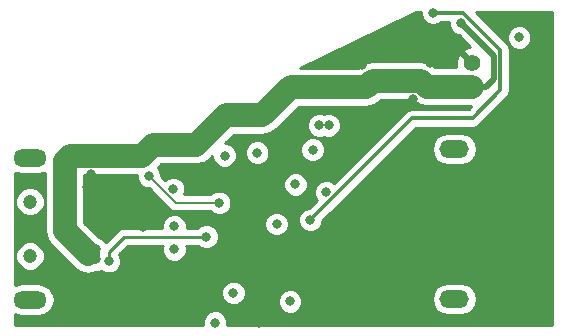
<source format=gbr>
G04 #@! TF.FileFunction,Copper,L4,Bot,Mixed*
%FSLAX46Y46*%
G04 Gerber Fmt 4.6, Leading zero omitted, Abs format (unit mm)*
G04 Created by KiCad (PCBNEW no-vcs-found-undefined) date Thu Oct 27 09:39:57 2016*
%MOMM*%
%LPD*%
G01*
G04 APERTURE LIST*
%ADD10C,0.600000*%
%ADD11C,1.200000*%
%ADD12C,0.800000*%
%ADD13O,2.800000X1.500000*%
%ADD14O,2.500000X1.500000*%
%ADD15R,1.400000X1.400000*%
%ADD16C,1.400000*%
%ADD17C,2.032000*%
%ADD18C,0.508000*%
%ADD19C,0.203200*%
%ADD20C,0.355600*%
%ADD21C,0.254000*%
G04 APERTURE END LIST*
D10*
D11*
X104530000Y-51310000D03*
X104530000Y-55910000D03*
D12*
X105280000Y-47610000D03*
X103780000Y-59610000D03*
X103780000Y-47610000D03*
D13*
X104530000Y-47610000D03*
D12*
X105280000Y-59610000D03*
D13*
X104530000Y-59610000D03*
D14*
X140450000Y-46850000D03*
X140450000Y-59550000D03*
D15*
X141947860Y-41558380D03*
D16*
X141945320Y-39546700D03*
D12*
X132620704Y-39700485D03*
X119050000Y-59100000D03*
X136950000Y-42650000D03*
X131900000Y-45750000D03*
X127100000Y-48500000D03*
X141750000Y-51900000D03*
X141750000Y-54900000D03*
X112126000Y-49708000D03*
X114084000Y-55950000D03*
X123900000Y-61600000D03*
X129750000Y-57650000D03*
X131700000Y-55350000D03*
X133100000Y-54000000D03*
X141750000Y-56650000D03*
X141750000Y-53200000D03*
X141750000Y-50650000D03*
X129150000Y-39650000D03*
X138375400Y-39600000D03*
X118750000Y-57150000D03*
X111069400Y-59858000D03*
X113400000Y-59858000D03*
X109700000Y-48950000D03*
X110200000Y-49708000D03*
X109338000Y-50070000D03*
X113200000Y-50691000D03*
X114111000Y-53450000D03*
X122324000Y-56400000D03*
X129000000Y-44843010D03*
X129800000Y-44843010D03*
X128450000Y-46900000D03*
X116650000Y-50250000D03*
X120200000Y-61550000D03*
X121750000Y-59017026D03*
X125400000Y-53200000D03*
X129600000Y-50500000D03*
X145950000Y-37400000D03*
X123761400Y-47150000D03*
X116750000Y-55350000D03*
X110100000Y-56200000D03*
X110100000Y-55350000D03*
X141050000Y-36200000D03*
X127000000Y-49850000D03*
X126550000Y-59750000D03*
X121000000Y-47400000D03*
X116750000Y-53400000D03*
X120550000Y-51400000D03*
X114600000Y-49150000D03*
X128250000Y-52850000D03*
X138650000Y-35300000D03*
X111200000Y-56350000D03*
X119459603Y-54264542D03*
D17*
X141947860Y-41558380D02*
X138142022Y-41558380D01*
X138142022Y-41558380D02*
X137640641Y-41056999D01*
X121100000Y-44000000D02*
X118600000Y-46500000D01*
X114043001Y-47406999D02*
X107893001Y-47406999D01*
X137640641Y-41056999D02*
X133547832Y-41056999D01*
X133547832Y-41056999D02*
X133004831Y-41600000D01*
X133004831Y-41600000D02*
X126600000Y-41600000D01*
X126600000Y-41600000D02*
X124200000Y-44000000D01*
X124200000Y-44000000D02*
X121100000Y-44000000D01*
X118600000Y-46500000D02*
X114950000Y-46500000D01*
X114950000Y-46500000D02*
X114043001Y-47406999D01*
X107450000Y-47850000D02*
X107450000Y-48700000D01*
X107893001Y-47406999D02*
X107450000Y-47850000D01*
X107450000Y-48700000D02*
X107450000Y-53800000D01*
X107450000Y-53800000D02*
X109400000Y-55750000D01*
D18*
X107450000Y-48700000D02*
X107450000Y-52700000D01*
X107450000Y-52700000D02*
X110100000Y-55350000D01*
X143800000Y-38950000D02*
X143800000Y-40914240D01*
X143155860Y-41558380D02*
X141947860Y-41558380D01*
X143800000Y-40914240D02*
X143155860Y-41558380D01*
X141050000Y-36200000D02*
X143800000Y-38950000D01*
D19*
X116850000Y-51400000D02*
X119984315Y-51400000D01*
X114600000Y-49150000D02*
X116850000Y-51400000D01*
X119984315Y-51400000D02*
X120550000Y-51400000D01*
D20*
X144358809Y-41891191D02*
X141995199Y-44254801D01*
X144358809Y-38465703D02*
X144358809Y-41891191D01*
X141995199Y-44254801D02*
X136845199Y-44254801D01*
X141193106Y-35300000D02*
X144358809Y-38465703D01*
X128649999Y-52450001D02*
X128250000Y-52850000D01*
X138650000Y-35300000D02*
X141193106Y-35300000D01*
X136845199Y-44254801D02*
X128649999Y-52450001D01*
D21*
X112485458Y-54264542D02*
X111200000Y-55550000D01*
X111200000Y-55550000D02*
X111200000Y-56350000D01*
X119459603Y-54264542D02*
X112485458Y-54264542D01*
G36*
X148738000Y-61738000D02*
X121234836Y-61738000D01*
X121235179Y-61345029D01*
X121077942Y-60964485D01*
X120787046Y-60673081D01*
X120406777Y-60515180D01*
X119995029Y-60514821D01*
X119614485Y-60672058D01*
X119323081Y-60962954D01*
X119165180Y-61343223D01*
X119164836Y-61738000D01*
X103262000Y-61738000D01*
X103262000Y-60857424D01*
X103310115Y-60889573D01*
X103840132Y-60995000D01*
X105219868Y-60995000D01*
X105749885Y-60889573D01*
X106199211Y-60589343D01*
X106499441Y-60140017D01*
X106604868Y-59610000D01*
X106527690Y-59221997D01*
X120714821Y-59221997D01*
X120872058Y-59602541D01*
X121162954Y-59893945D01*
X121543223Y-60051846D01*
X121954971Y-60052205D01*
X122190296Y-59954971D01*
X125514821Y-59954971D01*
X125672058Y-60335515D01*
X125962954Y-60626919D01*
X126343223Y-60784820D01*
X126754971Y-60785179D01*
X127135515Y-60627942D01*
X127426919Y-60337046D01*
X127584820Y-59956777D01*
X127585174Y-59550000D01*
X138528071Y-59550000D01*
X138633498Y-60080017D01*
X138933728Y-60529343D01*
X139383054Y-60829573D01*
X139913071Y-60935000D01*
X140986929Y-60935000D01*
X141516946Y-60829573D01*
X141966272Y-60529343D01*
X142266502Y-60080017D01*
X142371929Y-59550000D01*
X142266502Y-59019983D01*
X141966272Y-58570657D01*
X141516946Y-58270427D01*
X140986929Y-58165000D01*
X139913071Y-58165000D01*
X139383054Y-58270427D01*
X138933728Y-58570657D01*
X138633498Y-59019983D01*
X138528071Y-59550000D01*
X127585174Y-59550000D01*
X127585179Y-59545029D01*
X127427942Y-59164485D01*
X127137046Y-58873081D01*
X126756777Y-58715180D01*
X126345029Y-58714821D01*
X125964485Y-58872058D01*
X125673081Y-59162954D01*
X125515180Y-59543223D01*
X125514821Y-59954971D01*
X122190296Y-59954971D01*
X122335515Y-59894968D01*
X122626919Y-59604072D01*
X122784820Y-59223803D01*
X122785179Y-58812055D01*
X122627942Y-58431511D01*
X122337046Y-58140107D01*
X121956777Y-57982206D01*
X121545029Y-57981847D01*
X121164485Y-58139084D01*
X120873081Y-58429980D01*
X120715180Y-58810249D01*
X120714821Y-59221997D01*
X106527690Y-59221997D01*
X106499441Y-59079983D01*
X106199211Y-58630657D01*
X105749885Y-58330427D01*
X105219868Y-58225000D01*
X103840132Y-58225000D01*
X103310115Y-58330427D01*
X103262000Y-58362576D01*
X103262000Y-56154579D01*
X103294786Y-56154579D01*
X103482408Y-56608657D01*
X103829515Y-56956371D01*
X104283266Y-57144785D01*
X104774579Y-57145214D01*
X105228657Y-56957592D01*
X105576371Y-56610485D01*
X105764785Y-56156734D01*
X105765214Y-55665421D01*
X105577592Y-55211343D01*
X105230485Y-54863629D01*
X104776734Y-54675215D01*
X104285421Y-54674786D01*
X103831343Y-54862408D01*
X103483629Y-55209515D01*
X103295215Y-55663266D01*
X103294786Y-56154579D01*
X103262000Y-56154579D01*
X103262000Y-51554579D01*
X103294786Y-51554579D01*
X103482408Y-52008657D01*
X103829515Y-52356371D01*
X104283266Y-52544785D01*
X104774579Y-52545214D01*
X105228657Y-52357592D01*
X105576371Y-52010485D01*
X105764785Y-51556734D01*
X105765214Y-51065421D01*
X105577592Y-50611343D01*
X105230485Y-50263629D01*
X104776734Y-50075215D01*
X104285421Y-50074786D01*
X103831343Y-50262408D01*
X103483629Y-50609515D01*
X103295215Y-51063266D01*
X103294786Y-51554579D01*
X103262000Y-51554579D01*
X103262000Y-48857424D01*
X103310115Y-48889573D01*
X103840132Y-48995000D01*
X105219868Y-48995000D01*
X105749885Y-48889573D01*
X105799000Y-48856755D01*
X105799000Y-53800000D01*
X105924675Y-54431811D01*
X106282567Y-54967433D01*
X108232566Y-56917433D01*
X108768189Y-57275324D01*
X109400000Y-57400999D01*
X110031810Y-57275324D01*
X110092169Y-57234993D01*
X110304971Y-57235179D01*
X110528854Y-57142673D01*
X110612954Y-57226919D01*
X110993223Y-57384820D01*
X111404971Y-57385179D01*
X111785515Y-57227942D01*
X112076919Y-56937046D01*
X112234820Y-56556777D01*
X112235179Y-56145029D01*
X112077942Y-55764485D01*
X112070550Y-55757080D01*
X112801088Y-55026542D01*
X115763630Y-55026542D01*
X115715180Y-55143223D01*
X115714821Y-55554971D01*
X115872058Y-55935515D01*
X116162954Y-56226919D01*
X116543223Y-56384820D01*
X116954971Y-56385179D01*
X117335515Y-56227942D01*
X117626919Y-55937046D01*
X117784820Y-55556777D01*
X117785179Y-55145029D01*
X117736221Y-55026542D01*
X118757838Y-55026542D01*
X118872557Y-55141461D01*
X119252826Y-55299362D01*
X119664574Y-55299721D01*
X120045118Y-55142484D01*
X120336522Y-54851588D01*
X120494423Y-54471319D01*
X120494782Y-54059571D01*
X120337545Y-53679027D01*
X120063967Y-53404971D01*
X124364821Y-53404971D01*
X124522058Y-53785515D01*
X124812954Y-54076919D01*
X125193223Y-54234820D01*
X125604971Y-54235179D01*
X125985515Y-54077942D01*
X126276919Y-53787046D01*
X126434820Y-53406777D01*
X126435179Y-52995029D01*
X126277942Y-52614485D01*
X125987046Y-52323081D01*
X125606777Y-52165180D01*
X125195029Y-52164821D01*
X124814485Y-52322058D01*
X124523081Y-52612954D01*
X124365180Y-52993223D01*
X124364821Y-53404971D01*
X120063967Y-53404971D01*
X120046649Y-53387623D01*
X119666380Y-53229722D01*
X119254632Y-53229363D01*
X118874088Y-53386600D01*
X118757944Y-53502542D01*
X117784911Y-53502542D01*
X117785179Y-53195029D01*
X117627942Y-52814485D01*
X117337046Y-52523081D01*
X116956777Y-52365180D01*
X116545029Y-52364821D01*
X116164485Y-52522058D01*
X115873081Y-52812954D01*
X115715180Y-53193223D01*
X115714910Y-53502542D01*
X112485458Y-53502542D01*
X112193853Y-53560546D01*
X111946643Y-53725727D01*
X110942944Y-54729426D01*
X110687046Y-54473081D01*
X110333521Y-54326285D01*
X109101000Y-53093764D01*
X109101000Y-49057999D01*
X113565080Y-49057999D01*
X113564821Y-49354971D01*
X113722058Y-49735515D01*
X114012954Y-50026919D01*
X114393223Y-50184820D01*
X114593284Y-50184994D01*
X116329145Y-51920855D01*
X116568116Y-52080531D01*
X116850000Y-52136601D01*
X116850005Y-52136600D01*
X119822880Y-52136600D01*
X119962954Y-52276919D01*
X120343223Y-52434820D01*
X120754971Y-52435179D01*
X121135515Y-52277942D01*
X121426919Y-51987046D01*
X121584820Y-51606777D01*
X121585179Y-51195029D01*
X121427942Y-50814485D01*
X121137046Y-50523081D01*
X120756777Y-50365180D01*
X120345029Y-50364821D01*
X119964485Y-50522058D01*
X119822896Y-50663400D01*
X117599023Y-50663400D01*
X117684820Y-50456777D01*
X117685170Y-50054971D01*
X125964821Y-50054971D01*
X126122058Y-50435515D01*
X126412954Y-50726919D01*
X126793223Y-50884820D01*
X127204971Y-50885179D01*
X127585515Y-50727942D01*
X127876919Y-50437046D01*
X128034820Y-50056777D01*
X128035179Y-49645029D01*
X127877942Y-49264485D01*
X127587046Y-48973081D01*
X127206777Y-48815180D01*
X126795029Y-48814821D01*
X126414485Y-48972058D01*
X126123081Y-49262954D01*
X125965180Y-49643223D01*
X125964821Y-50054971D01*
X117685170Y-50054971D01*
X117685179Y-50045029D01*
X117527942Y-49664485D01*
X117237046Y-49373081D01*
X116856777Y-49215180D01*
X116445029Y-49214821D01*
X116064485Y-49372058D01*
X115964039Y-49472329D01*
X115635006Y-49143296D01*
X115635179Y-48945029D01*
X115477942Y-48564485D01*
X115349274Y-48435592D01*
X115633866Y-48151000D01*
X118600000Y-48151000D01*
X119231811Y-48025325D01*
X119767433Y-47667433D01*
X119964939Y-47469927D01*
X119964821Y-47604971D01*
X120122058Y-47985515D01*
X120412954Y-48276919D01*
X120793223Y-48434820D01*
X121204971Y-48435179D01*
X121585515Y-48277942D01*
X121876919Y-47987046D01*
X122034820Y-47606777D01*
X122035039Y-47354971D01*
X122726221Y-47354971D01*
X122883458Y-47735515D01*
X123174354Y-48026919D01*
X123554623Y-48184820D01*
X123966371Y-48185179D01*
X124346915Y-48027942D01*
X124638319Y-47737046D01*
X124796220Y-47356777D01*
X124796439Y-47104971D01*
X127414821Y-47104971D01*
X127572058Y-47485515D01*
X127862954Y-47776919D01*
X128243223Y-47934820D01*
X128654971Y-47935179D01*
X129035515Y-47777942D01*
X129326919Y-47487046D01*
X129484820Y-47106777D01*
X129485179Y-46695029D01*
X129327942Y-46314485D01*
X129037046Y-46023081D01*
X128656777Y-45865180D01*
X128245029Y-45864821D01*
X127864485Y-46022058D01*
X127573081Y-46312954D01*
X127415180Y-46693223D01*
X127414821Y-47104971D01*
X124796439Y-47104971D01*
X124796579Y-46945029D01*
X124639342Y-46564485D01*
X124348446Y-46273081D01*
X123968177Y-46115180D01*
X123556429Y-46114821D01*
X123175885Y-46272058D01*
X122884481Y-46562954D01*
X122726580Y-46943223D01*
X122726221Y-47354971D01*
X122035039Y-47354971D01*
X122035179Y-47195029D01*
X121877942Y-46814485D01*
X121587046Y-46523081D01*
X121206777Y-46365180D01*
X121069805Y-46365061D01*
X121783866Y-45651000D01*
X124200000Y-45651000D01*
X124831811Y-45525325D01*
X125367433Y-45167433D01*
X125486885Y-45047981D01*
X127964821Y-45047981D01*
X128122058Y-45428525D01*
X128412954Y-45719929D01*
X128793223Y-45877830D01*
X129204971Y-45878189D01*
X129400010Y-45797601D01*
X129593223Y-45877830D01*
X130004971Y-45878189D01*
X130385515Y-45720952D01*
X130676919Y-45430056D01*
X130834820Y-45049787D01*
X130835179Y-44638039D01*
X130677942Y-44257495D01*
X130387046Y-43966091D01*
X130006777Y-43808190D01*
X129595029Y-43807831D01*
X129399990Y-43888419D01*
X129206777Y-43808190D01*
X128795029Y-43807831D01*
X128414485Y-43965068D01*
X128123081Y-44255964D01*
X127965180Y-44636233D01*
X127964821Y-45047981D01*
X125486885Y-45047981D01*
X127283867Y-43251000D01*
X133004831Y-43251000D01*
X133636642Y-43125325D01*
X134172264Y-42767433D01*
X134231698Y-42707999D01*
X136956775Y-42707999D01*
X136974589Y-42725813D01*
X137510212Y-43083705D01*
X138142022Y-43209380D01*
X141891148Y-43209380D01*
X141658527Y-43442001D01*
X136845199Y-43442001D01*
X136534154Y-43503872D01*
X136270463Y-43680065D01*
X130257185Y-49693343D01*
X130187046Y-49623081D01*
X129806777Y-49465180D01*
X129395029Y-49464821D01*
X129014485Y-49622058D01*
X128723081Y-49912954D01*
X128565180Y-50293223D01*
X128564821Y-50704971D01*
X128722058Y-51085515D01*
X128793473Y-51157055D01*
X128135628Y-51814900D01*
X128045029Y-51814821D01*
X127664485Y-51972058D01*
X127373081Y-52262954D01*
X127215180Y-52643223D01*
X127214821Y-53054971D01*
X127372058Y-53435515D01*
X127662954Y-53726919D01*
X128043223Y-53884820D01*
X128454971Y-53885179D01*
X128835515Y-53727942D01*
X129126919Y-53437046D01*
X129284820Y-53056777D01*
X129284900Y-52964572D01*
X135399472Y-46850000D01*
X138528071Y-46850000D01*
X138633498Y-47380017D01*
X138933728Y-47829343D01*
X139383054Y-48129573D01*
X139913071Y-48235000D01*
X140986929Y-48235000D01*
X141516946Y-48129573D01*
X141966272Y-47829343D01*
X142266502Y-47380017D01*
X142371929Y-46850000D01*
X142266502Y-46319983D01*
X141966272Y-45870657D01*
X141516946Y-45570427D01*
X140986929Y-45465000D01*
X139913071Y-45465000D01*
X139383054Y-45570427D01*
X138933728Y-45870657D01*
X138633498Y-46319983D01*
X138528071Y-46850000D01*
X135399472Y-46850000D01*
X137181871Y-45067601D01*
X141995199Y-45067601D01*
X142306244Y-45005730D01*
X142569935Y-44829537D01*
X144933545Y-42465928D01*
X145109738Y-42202236D01*
X145112769Y-42186998D01*
X145171609Y-41891191D01*
X145171609Y-38465703D01*
X145109738Y-38154658D01*
X144933545Y-37890967D01*
X144647549Y-37604971D01*
X144914821Y-37604971D01*
X145072058Y-37985515D01*
X145362954Y-38276919D01*
X145743223Y-38434820D01*
X146154971Y-38435179D01*
X146535515Y-38277942D01*
X146826919Y-37987046D01*
X146984820Y-37606777D01*
X146985179Y-37195029D01*
X146827942Y-36814485D01*
X146537046Y-36523081D01*
X146156777Y-36365180D01*
X145745029Y-36364821D01*
X145364485Y-36522058D01*
X145073081Y-36812954D01*
X144915180Y-37193223D01*
X144914821Y-37604971D01*
X144647549Y-37604971D01*
X142304578Y-35262000D01*
X148738000Y-35262000D01*
X148738000Y-61738000D01*
X148738000Y-61738000D01*
G37*
X148738000Y-61738000D02*
X121234836Y-61738000D01*
X121235179Y-61345029D01*
X121077942Y-60964485D01*
X120787046Y-60673081D01*
X120406777Y-60515180D01*
X119995029Y-60514821D01*
X119614485Y-60672058D01*
X119323081Y-60962954D01*
X119165180Y-61343223D01*
X119164836Y-61738000D01*
X103262000Y-61738000D01*
X103262000Y-60857424D01*
X103310115Y-60889573D01*
X103840132Y-60995000D01*
X105219868Y-60995000D01*
X105749885Y-60889573D01*
X106199211Y-60589343D01*
X106499441Y-60140017D01*
X106604868Y-59610000D01*
X106527690Y-59221997D01*
X120714821Y-59221997D01*
X120872058Y-59602541D01*
X121162954Y-59893945D01*
X121543223Y-60051846D01*
X121954971Y-60052205D01*
X122190296Y-59954971D01*
X125514821Y-59954971D01*
X125672058Y-60335515D01*
X125962954Y-60626919D01*
X126343223Y-60784820D01*
X126754971Y-60785179D01*
X127135515Y-60627942D01*
X127426919Y-60337046D01*
X127584820Y-59956777D01*
X127585174Y-59550000D01*
X138528071Y-59550000D01*
X138633498Y-60080017D01*
X138933728Y-60529343D01*
X139383054Y-60829573D01*
X139913071Y-60935000D01*
X140986929Y-60935000D01*
X141516946Y-60829573D01*
X141966272Y-60529343D01*
X142266502Y-60080017D01*
X142371929Y-59550000D01*
X142266502Y-59019983D01*
X141966272Y-58570657D01*
X141516946Y-58270427D01*
X140986929Y-58165000D01*
X139913071Y-58165000D01*
X139383054Y-58270427D01*
X138933728Y-58570657D01*
X138633498Y-59019983D01*
X138528071Y-59550000D01*
X127585174Y-59550000D01*
X127585179Y-59545029D01*
X127427942Y-59164485D01*
X127137046Y-58873081D01*
X126756777Y-58715180D01*
X126345029Y-58714821D01*
X125964485Y-58872058D01*
X125673081Y-59162954D01*
X125515180Y-59543223D01*
X125514821Y-59954971D01*
X122190296Y-59954971D01*
X122335515Y-59894968D01*
X122626919Y-59604072D01*
X122784820Y-59223803D01*
X122785179Y-58812055D01*
X122627942Y-58431511D01*
X122337046Y-58140107D01*
X121956777Y-57982206D01*
X121545029Y-57981847D01*
X121164485Y-58139084D01*
X120873081Y-58429980D01*
X120715180Y-58810249D01*
X120714821Y-59221997D01*
X106527690Y-59221997D01*
X106499441Y-59079983D01*
X106199211Y-58630657D01*
X105749885Y-58330427D01*
X105219868Y-58225000D01*
X103840132Y-58225000D01*
X103310115Y-58330427D01*
X103262000Y-58362576D01*
X103262000Y-56154579D01*
X103294786Y-56154579D01*
X103482408Y-56608657D01*
X103829515Y-56956371D01*
X104283266Y-57144785D01*
X104774579Y-57145214D01*
X105228657Y-56957592D01*
X105576371Y-56610485D01*
X105764785Y-56156734D01*
X105765214Y-55665421D01*
X105577592Y-55211343D01*
X105230485Y-54863629D01*
X104776734Y-54675215D01*
X104285421Y-54674786D01*
X103831343Y-54862408D01*
X103483629Y-55209515D01*
X103295215Y-55663266D01*
X103294786Y-56154579D01*
X103262000Y-56154579D01*
X103262000Y-51554579D01*
X103294786Y-51554579D01*
X103482408Y-52008657D01*
X103829515Y-52356371D01*
X104283266Y-52544785D01*
X104774579Y-52545214D01*
X105228657Y-52357592D01*
X105576371Y-52010485D01*
X105764785Y-51556734D01*
X105765214Y-51065421D01*
X105577592Y-50611343D01*
X105230485Y-50263629D01*
X104776734Y-50075215D01*
X104285421Y-50074786D01*
X103831343Y-50262408D01*
X103483629Y-50609515D01*
X103295215Y-51063266D01*
X103294786Y-51554579D01*
X103262000Y-51554579D01*
X103262000Y-48857424D01*
X103310115Y-48889573D01*
X103840132Y-48995000D01*
X105219868Y-48995000D01*
X105749885Y-48889573D01*
X105799000Y-48856755D01*
X105799000Y-53800000D01*
X105924675Y-54431811D01*
X106282567Y-54967433D01*
X108232566Y-56917433D01*
X108768189Y-57275324D01*
X109400000Y-57400999D01*
X110031810Y-57275324D01*
X110092169Y-57234993D01*
X110304971Y-57235179D01*
X110528854Y-57142673D01*
X110612954Y-57226919D01*
X110993223Y-57384820D01*
X111404971Y-57385179D01*
X111785515Y-57227942D01*
X112076919Y-56937046D01*
X112234820Y-56556777D01*
X112235179Y-56145029D01*
X112077942Y-55764485D01*
X112070550Y-55757080D01*
X112801088Y-55026542D01*
X115763630Y-55026542D01*
X115715180Y-55143223D01*
X115714821Y-55554971D01*
X115872058Y-55935515D01*
X116162954Y-56226919D01*
X116543223Y-56384820D01*
X116954971Y-56385179D01*
X117335515Y-56227942D01*
X117626919Y-55937046D01*
X117784820Y-55556777D01*
X117785179Y-55145029D01*
X117736221Y-55026542D01*
X118757838Y-55026542D01*
X118872557Y-55141461D01*
X119252826Y-55299362D01*
X119664574Y-55299721D01*
X120045118Y-55142484D01*
X120336522Y-54851588D01*
X120494423Y-54471319D01*
X120494782Y-54059571D01*
X120337545Y-53679027D01*
X120063967Y-53404971D01*
X124364821Y-53404971D01*
X124522058Y-53785515D01*
X124812954Y-54076919D01*
X125193223Y-54234820D01*
X125604971Y-54235179D01*
X125985515Y-54077942D01*
X126276919Y-53787046D01*
X126434820Y-53406777D01*
X126435179Y-52995029D01*
X126277942Y-52614485D01*
X125987046Y-52323081D01*
X125606777Y-52165180D01*
X125195029Y-52164821D01*
X124814485Y-52322058D01*
X124523081Y-52612954D01*
X124365180Y-52993223D01*
X124364821Y-53404971D01*
X120063967Y-53404971D01*
X120046649Y-53387623D01*
X119666380Y-53229722D01*
X119254632Y-53229363D01*
X118874088Y-53386600D01*
X118757944Y-53502542D01*
X117784911Y-53502542D01*
X117785179Y-53195029D01*
X117627942Y-52814485D01*
X117337046Y-52523081D01*
X116956777Y-52365180D01*
X116545029Y-52364821D01*
X116164485Y-52522058D01*
X115873081Y-52812954D01*
X115715180Y-53193223D01*
X115714910Y-53502542D01*
X112485458Y-53502542D01*
X112193853Y-53560546D01*
X111946643Y-53725727D01*
X110942944Y-54729426D01*
X110687046Y-54473081D01*
X110333521Y-54326285D01*
X109101000Y-53093764D01*
X109101000Y-49057999D01*
X113565080Y-49057999D01*
X113564821Y-49354971D01*
X113722058Y-49735515D01*
X114012954Y-50026919D01*
X114393223Y-50184820D01*
X114593284Y-50184994D01*
X116329145Y-51920855D01*
X116568116Y-52080531D01*
X116850000Y-52136601D01*
X116850005Y-52136600D01*
X119822880Y-52136600D01*
X119962954Y-52276919D01*
X120343223Y-52434820D01*
X120754971Y-52435179D01*
X121135515Y-52277942D01*
X121426919Y-51987046D01*
X121584820Y-51606777D01*
X121585179Y-51195029D01*
X121427942Y-50814485D01*
X121137046Y-50523081D01*
X120756777Y-50365180D01*
X120345029Y-50364821D01*
X119964485Y-50522058D01*
X119822896Y-50663400D01*
X117599023Y-50663400D01*
X117684820Y-50456777D01*
X117685170Y-50054971D01*
X125964821Y-50054971D01*
X126122058Y-50435515D01*
X126412954Y-50726919D01*
X126793223Y-50884820D01*
X127204971Y-50885179D01*
X127585515Y-50727942D01*
X127876919Y-50437046D01*
X128034820Y-50056777D01*
X128035179Y-49645029D01*
X127877942Y-49264485D01*
X127587046Y-48973081D01*
X127206777Y-48815180D01*
X126795029Y-48814821D01*
X126414485Y-48972058D01*
X126123081Y-49262954D01*
X125965180Y-49643223D01*
X125964821Y-50054971D01*
X117685170Y-50054971D01*
X117685179Y-50045029D01*
X117527942Y-49664485D01*
X117237046Y-49373081D01*
X116856777Y-49215180D01*
X116445029Y-49214821D01*
X116064485Y-49372058D01*
X115964039Y-49472329D01*
X115635006Y-49143296D01*
X115635179Y-48945029D01*
X115477942Y-48564485D01*
X115349274Y-48435592D01*
X115633866Y-48151000D01*
X118600000Y-48151000D01*
X119231811Y-48025325D01*
X119767433Y-47667433D01*
X119964939Y-47469927D01*
X119964821Y-47604971D01*
X120122058Y-47985515D01*
X120412954Y-48276919D01*
X120793223Y-48434820D01*
X121204971Y-48435179D01*
X121585515Y-48277942D01*
X121876919Y-47987046D01*
X122034820Y-47606777D01*
X122035039Y-47354971D01*
X122726221Y-47354971D01*
X122883458Y-47735515D01*
X123174354Y-48026919D01*
X123554623Y-48184820D01*
X123966371Y-48185179D01*
X124346915Y-48027942D01*
X124638319Y-47737046D01*
X124796220Y-47356777D01*
X124796439Y-47104971D01*
X127414821Y-47104971D01*
X127572058Y-47485515D01*
X127862954Y-47776919D01*
X128243223Y-47934820D01*
X128654971Y-47935179D01*
X129035515Y-47777942D01*
X129326919Y-47487046D01*
X129484820Y-47106777D01*
X129485179Y-46695029D01*
X129327942Y-46314485D01*
X129037046Y-46023081D01*
X128656777Y-45865180D01*
X128245029Y-45864821D01*
X127864485Y-46022058D01*
X127573081Y-46312954D01*
X127415180Y-46693223D01*
X127414821Y-47104971D01*
X124796439Y-47104971D01*
X124796579Y-46945029D01*
X124639342Y-46564485D01*
X124348446Y-46273081D01*
X123968177Y-46115180D01*
X123556429Y-46114821D01*
X123175885Y-46272058D01*
X122884481Y-46562954D01*
X122726580Y-46943223D01*
X122726221Y-47354971D01*
X122035039Y-47354971D01*
X122035179Y-47195029D01*
X121877942Y-46814485D01*
X121587046Y-46523081D01*
X121206777Y-46365180D01*
X121069805Y-46365061D01*
X121783866Y-45651000D01*
X124200000Y-45651000D01*
X124831811Y-45525325D01*
X125367433Y-45167433D01*
X125486885Y-45047981D01*
X127964821Y-45047981D01*
X128122058Y-45428525D01*
X128412954Y-45719929D01*
X128793223Y-45877830D01*
X129204971Y-45878189D01*
X129400010Y-45797601D01*
X129593223Y-45877830D01*
X130004971Y-45878189D01*
X130385515Y-45720952D01*
X130676919Y-45430056D01*
X130834820Y-45049787D01*
X130835179Y-44638039D01*
X130677942Y-44257495D01*
X130387046Y-43966091D01*
X130006777Y-43808190D01*
X129595029Y-43807831D01*
X129399990Y-43888419D01*
X129206777Y-43808190D01*
X128795029Y-43807831D01*
X128414485Y-43965068D01*
X128123081Y-44255964D01*
X127965180Y-44636233D01*
X127964821Y-45047981D01*
X125486885Y-45047981D01*
X127283867Y-43251000D01*
X133004831Y-43251000D01*
X133636642Y-43125325D01*
X134172264Y-42767433D01*
X134231698Y-42707999D01*
X136956775Y-42707999D01*
X136974589Y-42725813D01*
X137510212Y-43083705D01*
X138142022Y-43209380D01*
X141891148Y-43209380D01*
X141658527Y-43442001D01*
X136845199Y-43442001D01*
X136534154Y-43503872D01*
X136270463Y-43680065D01*
X130257185Y-49693343D01*
X130187046Y-49623081D01*
X129806777Y-49465180D01*
X129395029Y-49464821D01*
X129014485Y-49622058D01*
X128723081Y-49912954D01*
X128565180Y-50293223D01*
X128564821Y-50704971D01*
X128722058Y-51085515D01*
X128793473Y-51157055D01*
X128135628Y-51814900D01*
X128045029Y-51814821D01*
X127664485Y-51972058D01*
X127373081Y-52262954D01*
X127215180Y-52643223D01*
X127214821Y-53054971D01*
X127372058Y-53435515D01*
X127662954Y-53726919D01*
X128043223Y-53884820D01*
X128454971Y-53885179D01*
X128835515Y-53727942D01*
X129126919Y-53437046D01*
X129284820Y-53056777D01*
X129284900Y-52964572D01*
X135399472Y-46850000D01*
X138528071Y-46850000D01*
X138633498Y-47380017D01*
X138933728Y-47829343D01*
X139383054Y-48129573D01*
X139913071Y-48235000D01*
X140986929Y-48235000D01*
X141516946Y-48129573D01*
X141966272Y-47829343D01*
X142266502Y-47380017D01*
X142371929Y-46850000D01*
X142266502Y-46319983D01*
X141966272Y-45870657D01*
X141516946Y-45570427D01*
X140986929Y-45465000D01*
X139913071Y-45465000D01*
X139383054Y-45570427D01*
X138933728Y-45870657D01*
X138633498Y-46319983D01*
X138528071Y-46850000D01*
X135399472Y-46850000D01*
X137181871Y-45067601D01*
X141995199Y-45067601D01*
X142306244Y-45005730D01*
X142569935Y-44829537D01*
X144933545Y-42465928D01*
X145109738Y-42202236D01*
X145112769Y-42186998D01*
X145171609Y-41891191D01*
X145171609Y-38465703D01*
X145109738Y-38154658D01*
X144933545Y-37890967D01*
X144647549Y-37604971D01*
X144914821Y-37604971D01*
X145072058Y-37985515D01*
X145362954Y-38276919D01*
X145743223Y-38434820D01*
X146154971Y-38435179D01*
X146535515Y-38277942D01*
X146826919Y-37987046D01*
X146984820Y-37606777D01*
X146985179Y-37195029D01*
X146827942Y-36814485D01*
X146537046Y-36523081D01*
X146156777Y-36365180D01*
X145745029Y-36364821D01*
X145364485Y-36522058D01*
X145073081Y-36812954D01*
X144915180Y-37193223D01*
X144914821Y-37604971D01*
X144647549Y-37604971D01*
X142304578Y-35262000D01*
X148738000Y-35262000D01*
X148738000Y-61738000D01*
G36*
X137614821Y-35504971D02*
X137772058Y-35885515D01*
X138062954Y-36176919D01*
X138443223Y-36334820D01*
X138854971Y-36335179D01*
X139235515Y-36177942D01*
X139300771Y-36112800D01*
X140015076Y-36112800D01*
X140014821Y-36404971D01*
X140172058Y-36785515D01*
X140462954Y-37076919D01*
X140816479Y-37223715D01*
X141809849Y-38217085D01*
X141607880Y-38228036D01*
X141251489Y-38375658D01*
X141189651Y-38611425D01*
X141945320Y-39367095D01*
X141959462Y-39352952D01*
X142139068Y-39532558D01*
X142124925Y-39546700D01*
X142139068Y-39560843D01*
X141959462Y-39740448D01*
X141945320Y-39726305D01*
X141931178Y-39740448D01*
X141751573Y-39560843D01*
X141765715Y-39546700D01*
X141010045Y-38791031D01*
X140774278Y-38852869D01*
X140597901Y-39353822D01*
X140626656Y-39884140D01*
X140636282Y-39907380D01*
X138825888Y-39907380D01*
X138808074Y-39889566D01*
X138272452Y-39531674D01*
X137640641Y-39405999D01*
X133547832Y-39405999D01*
X133020845Y-39510823D01*
X132916021Y-39531674D01*
X132380398Y-39889566D01*
X132320964Y-39949000D01*
X127352140Y-39949000D01*
X137172521Y-35262000D01*
X137615033Y-35262000D01*
X137614821Y-35504971D01*
X137614821Y-35504971D01*
G37*
X137614821Y-35504971D02*
X137772058Y-35885515D01*
X138062954Y-36176919D01*
X138443223Y-36334820D01*
X138854971Y-36335179D01*
X139235515Y-36177942D01*
X139300771Y-36112800D01*
X140015076Y-36112800D01*
X140014821Y-36404971D01*
X140172058Y-36785515D01*
X140462954Y-37076919D01*
X140816479Y-37223715D01*
X141809849Y-38217085D01*
X141607880Y-38228036D01*
X141251489Y-38375658D01*
X141189651Y-38611425D01*
X141945320Y-39367095D01*
X141959462Y-39352952D01*
X142139068Y-39532558D01*
X142124925Y-39546700D01*
X142139068Y-39560843D01*
X141959462Y-39740448D01*
X141945320Y-39726305D01*
X141931178Y-39740448D01*
X141751573Y-39560843D01*
X141765715Y-39546700D01*
X141010045Y-38791031D01*
X140774278Y-38852869D01*
X140597901Y-39353822D01*
X140626656Y-39884140D01*
X140636282Y-39907380D01*
X138825888Y-39907380D01*
X138808074Y-39889566D01*
X138272452Y-39531674D01*
X137640641Y-39405999D01*
X133547832Y-39405999D01*
X133020845Y-39510823D01*
X132916021Y-39531674D01*
X132380398Y-39889566D01*
X132320964Y-39949000D01*
X127352140Y-39949000D01*
X137172521Y-35262000D01*
X137615033Y-35262000D01*
X137614821Y-35504971D01*
M02*

</source>
